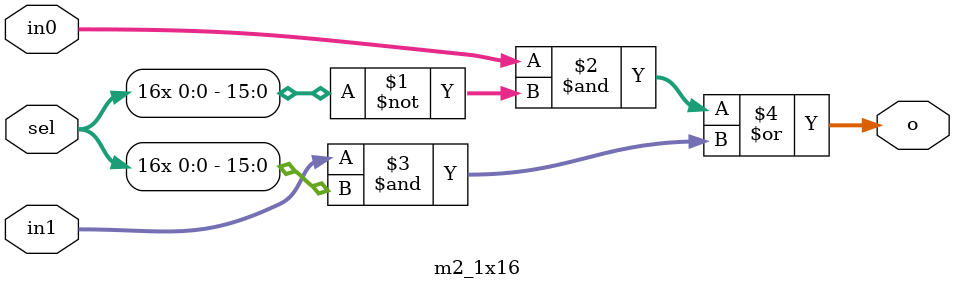
<source format=v>
`timescale 1ns / 1ps


module m2_1x16(
    input [15:0] in0,
    input [15:0] in1,
    input sel,
    output [15:0] o
    );
    
    assign o = in0&~{16{sel}} | in1&{16{sel}};
    
endmodule

</source>
